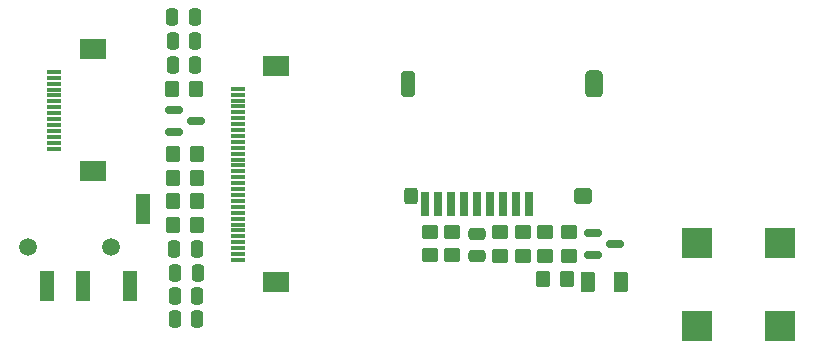
<source format=gbr>
%TF.GenerationSoftware,KiCad,Pcbnew,8.0.7-8.0.7-0~ubuntu22.04.1*%
%TF.CreationDate,2024-12-28T00:37:12+00:00*%
%TF.ProjectId,numcalcium,6e756d63-616c-4636-9975-6d2e6b696361,rev?*%
%TF.SameCoordinates,Original*%
%TF.FileFunction,Soldermask,Bot*%
%TF.FilePolarity,Negative*%
%FSLAX46Y46*%
G04 Gerber Fmt 4.6, Leading zero omitted, Abs format (unit mm)*
G04 Created by KiCad (PCBNEW 8.0.7-8.0.7-0~ubuntu22.04.1) date 2024-12-28 00:37:12*
%MOMM*%
%LPD*%
G01*
G04 APERTURE LIST*
G04 Aperture macros list*
%AMRoundRect*
0 Rectangle with rounded corners*
0 $1 Rounding radius*
0 $2 $3 $4 $5 $6 $7 $8 $9 X,Y pos of 4 corners*
0 Add a 4 corners polygon primitive as box body*
4,1,4,$2,$3,$4,$5,$6,$7,$8,$9,$2,$3,0*
0 Add four circle primitives for the rounded corners*
1,1,$1+$1,$2,$3*
1,1,$1+$1,$4,$5*
1,1,$1+$1,$6,$7*
1,1,$1+$1,$8,$9*
0 Add four rect primitives between the rounded corners*
20,1,$1+$1,$2,$3,$4,$5,0*
20,1,$1+$1,$4,$5,$6,$7,0*
20,1,$1+$1,$6,$7,$8,$9,0*
20,1,$1+$1,$8,$9,$2,$3,0*%
G04 Aperture macros list end*
%ADD10RoundRect,0.250000X0.250000X0.475000X-0.250000X0.475000X-0.250000X-0.475000X0.250000X-0.475000X0*%
%ADD11RoundRect,0.250000X0.350000X0.450000X-0.350000X0.450000X-0.350000X-0.450000X0.350000X-0.450000X0*%
%ADD12RoundRect,0.250000X0.450000X-0.350000X0.450000X0.350000X-0.450000X0.350000X-0.450000X-0.350000X0*%
%ADD13RoundRect,0.150000X-0.587500X-0.150000X0.587500X-0.150000X0.587500X0.150000X-0.587500X0.150000X0*%
%ADD14R,1.300000X0.300000*%
%ADD15R,2.200000X1.800000*%
%ADD16RoundRect,0.250000X-0.350000X-0.450000X0.350000X-0.450000X0.350000X0.450000X-0.350000X0.450000X0*%
%ADD17RoundRect,0.250000X-0.250000X-0.475000X0.250000X-0.475000X0.250000X0.475000X-0.250000X0.475000X0*%
%ADD18R,0.700000X2.000000*%
%ADD19RoundRect,0.300000X0.300000X0.800000X-0.300000X0.800000X-0.300000X-0.800000X0.300000X-0.800000X0*%
%ADD20RoundRect,0.300000X-0.300000X-0.400000X0.300000X-0.400000X0.300000X0.400000X-0.300000X0.400000X0*%
%ADD21RoundRect,0.350000X-0.450000X-0.350000X0.450000X-0.350000X0.450000X0.350000X-0.450000X0.350000X0*%
%ADD22RoundRect,0.381000X-0.381000X0.762000X-0.381000X-0.762000X0.381000X-0.762000X0.381000X0.762000X0*%
%ADD23R,2.500000X2.500000*%
%ADD24RoundRect,0.250000X-0.475000X0.250000X-0.475000X-0.250000X0.475000X-0.250000X0.475000X0.250000X0*%
%ADD25RoundRect,0.250000X-0.375000X-0.625000X0.375000X-0.625000X0.375000X0.625000X-0.375000X0.625000X0*%
%ADD26C,1.500000*%
%ADD27R,1.200000X2.500000*%
G04 APERTURE END LIST*
D10*
%TO.C,C11*%
X19015392Y28641001D03*
X17115392Y28641001D03*
%TD*%
D11*
%TO.C,R13*%
X19145792Y15083801D03*
X17145792Y15083801D03*
%TD*%
D12*
%TO.C,R21*%
X38831392Y10494801D03*
X38831392Y12494801D03*
%TD*%
D13*
%TO.C,Q8*%
X52660992Y10533001D03*
X52660992Y12433001D03*
X54535992Y11483001D03*
%TD*%
D14*
%TO.C,J5*%
X7065392Y26041001D03*
X7065392Y25541001D03*
X7065392Y25041001D03*
X7065392Y24541001D03*
X7065392Y24041001D03*
X7065392Y23541001D03*
X7065392Y23041001D03*
X7065392Y22541001D03*
X7065392Y22041001D03*
X7065392Y21541001D03*
X7065392Y21041001D03*
X7065392Y20541001D03*
X7065392Y20041001D03*
X7065392Y19541001D03*
D15*
X10315392Y27941001D03*
X10315392Y17641001D03*
%TD*%
D12*
%TO.C,R22*%
X40736392Y10494801D03*
X40736392Y12494801D03*
%TD*%
D14*
%TO.C,J4*%
X22623392Y24611801D03*
X22623392Y24111801D03*
X22623392Y23611801D03*
X22623392Y23111801D03*
X22623392Y22611801D03*
X22623392Y22111801D03*
X22623392Y21611801D03*
X22623392Y21111801D03*
X22623392Y20611801D03*
X22623392Y20111801D03*
X22623392Y19611801D03*
X22623392Y19111801D03*
X22623392Y18611801D03*
X22623392Y18111801D03*
X22623392Y17611801D03*
X22623392Y17111801D03*
X22623392Y16611801D03*
X22623392Y16111801D03*
X22623392Y15611801D03*
X22623392Y15111801D03*
X22623392Y14611801D03*
X22623392Y14111801D03*
X22623392Y13611801D03*
X22623392Y13111801D03*
X22623392Y12611801D03*
X22623392Y12111801D03*
X22623392Y11611801D03*
X22623392Y11111801D03*
X22623392Y10611801D03*
X22623392Y10111801D03*
D15*
X25873392Y26511801D03*
X25873392Y8211801D03*
%TD*%
D12*
%TO.C,R23*%
X44815392Y10441001D03*
X44815392Y12441001D03*
%TD*%
%TO.C,R27*%
X50615392Y10441001D03*
X50615392Y12441001D03*
%TD*%
D16*
%TO.C,R20*%
X17129792Y17051801D03*
X19129792Y17051801D03*
%TD*%
D17*
%TO.C,C12*%
X17245792Y5083801D03*
X19145792Y5083801D03*
%TD*%
D11*
%TO.C,R11*%
X19145792Y13083801D03*
X17145792Y13083801D03*
%TD*%
D18*
%TO.C,J12*%
X47215392Y14891001D03*
X46115392Y14891001D03*
X45015392Y14891001D03*
X43915392Y14891001D03*
X42815392Y14891001D03*
X41715392Y14891001D03*
X40615392Y14891001D03*
X39515392Y14891001D03*
X38415392Y14891001D03*
D19*
X37015392Y25041001D03*
D20*
X37265392Y15495801D03*
D21*
X51865392Y15495801D03*
D22*
X52765392Y25041001D03*
%TD*%
D12*
%TO.C,R24*%
X46720392Y10444984D03*
X46720392Y12444984D03*
%TD*%
D11*
%TO.C,R19*%
X19044992Y24577001D03*
X17044992Y24577001D03*
%TD*%
D17*
%TO.C,C9*%
X17079792Y26609001D03*
X18979792Y26609001D03*
%TD*%
D23*
%TO.C,BZ1*%
X61515392Y4527401D03*
X61515392Y11527401D03*
X68515392Y11527401D03*
X68515392Y4527401D03*
%TD*%
D24*
%TO.C,C15*%
X42815392Y12341001D03*
X42815392Y10441001D03*
%TD*%
D17*
%TO.C,C21*%
X17215392Y11041001D03*
X19115392Y11041001D03*
%TD*%
%TO.C,C20*%
X17315392Y9041001D03*
X19215392Y9041001D03*
%TD*%
D12*
%TO.C,R25*%
X48625392Y10441001D03*
X48625392Y12441001D03*
%TD*%
D11*
%TO.C,R18*%
X19145792Y19083801D03*
X17145792Y19083801D03*
%TD*%
D17*
%TO.C,C13*%
X17245792Y7083801D03*
X19145792Y7083801D03*
%TD*%
D10*
%TO.C,C10*%
X18964592Y30673001D03*
X17064592Y30673001D03*
%TD*%
D13*
%TO.C,Q9*%
X17206392Y20934601D03*
X17206392Y22834601D03*
X19081392Y21884601D03*
%TD*%
D25*
%TO.C,D27*%
X52215392Y8241001D03*
X55015392Y8241001D03*
%TD*%
D11*
%TO.C,R2*%
X50466192Y8472601D03*
X48466192Y8472601D03*
%TD*%
D26*
%TO.C,J9*%
X4856592Y11196001D03*
X11856592Y11196001D03*
D27*
X9456592Y7946001D03*
X6456592Y7946001D03*
X14556592Y14446001D03*
X13456592Y7946001D03*
%TD*%
M02*

</source>
